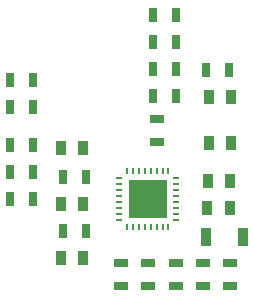
<source format=gbp>
G04*
G04 #@! TF.GenerationSoftware,Altium Limited,Altium Designer,18.0.12 (696)*
G04*
G04 Layer_Color=128*
%FSLAX44Y44*%
%MOMM*%
G71*
G01*
G75*
%ADD31R,3.3000X3.3000*%
%ADD32R,0.6000X0.2300*%
%ADD33R,0.2300X0.6000*%
%ADD34R,1.3000X0.7000*%
%ADD35R,0.9000X1.6000*%
%ADD36R,0.9000X1.3000*%
%ADD37R,0.7000X1.3000*%
D31*
X250000Y250000D02*
D03*
D32*
X274000Y267500D02*
D03*
Y262500D02*
D03*
Y257500D02*
D03*
Y252500D02*
D03*
Y247500D02*
D03*
Y242500D02*
D03*
Y237500D02*
D03*
Y232500D02*
D03*
X226000D02*
D03*
Y237500D02*
D03*
Y242500D02*
D03*
Y247500D02*
D03*
Y252500D02*
D03*
Y257500D02*
D03*
Y262500D02*
D03*
Y267500D02*
D03*
D33*
X267500Y226000D02*
D03*
X262500D02*
D03*
X257500D02*
D03*
X252500D02*
D03*
X247500D02*
D03*
X242500D02*
D03*
X237500D02*
D03*
X232500D02*
D03*
Y274000D02*
D03*
X237500D02*
D03*
X242500D02*
D03*
X247500D02*
D03*
X252500D02*
D03*
X257500D02*
D03*
X262500D02*
D03*
X267500D02*
D03*
D34*
X227000Y176500D02*
D03*
Y195500D02*
D03*
X250000Y195500D02*
D03*
Y176500D02*
D03*
X274000Y176500D02*
D03*
Y195500D02*
D03*
X297000Y195500D02*
D03*
Y176500D02*
D03*
X320000Y176500D02*
D03*
Y195500D02*
D03*
X258000Y317500D02*
D03*
Y298500D02*
D03*
D35*
X299500Y217600D02*
D03*
X330500D02*
D03*
D36*
X300500Y242600D02*
D03*
X319500D02*
D03*
X320000Y265600D02*
D03*
X301000D02*
D03*
X301500Y297600D02*
D03*
X320500D02*
D03*
X320500Y336600D02*
D03*
X301500D02*
D03*
X176500Y200000D02*
D03*
X195500D02*
D03*
X195500Y246000D02*
D03*
X176500D02*
D03*
X195500Y293000D02*
D03*
X176500D02*
D03*
D37*
X299500Y359600D02*
D03*
X318500D02*
D03*
X273500Y337000D02*
D03*
X254500D02*
D03*
X254500Y360000D02*
D03*
X273500D02*
D03*
X273500Y383000D02*
D03*
X254500D02*
D03*
X273500Y406000D02*
D03*
X254500D02*
D03*
X197500Y223000D02*
D03*
X178500D02*
D03*
X178500Y269000D02*
D03*
X197500D02*
D03*
X133500Y250000D02*
D03*
X152500D02*
D03*
X152500Y273000D02*
D03*
X133500D02*
D03*
X152500Y296000D02*
D03*
X133500D02*
D03*
X133500Y328000D02*
D03*
X152500D02*
D03*
X133500Y351000D02*
D03*
X152500D02*
D03*
M02*

</source>
